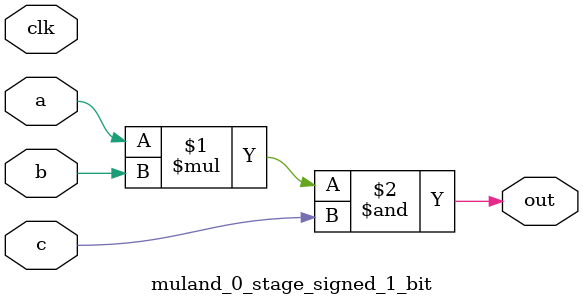
<source format=sv>
(* use_dsp = "yes" *) module muland_0_stage_signed_1_bit(
	input signed [0:0] a,
	input signed [0:0] b,
	input signed [0:0] c,
	output [0:0] out,
	input clk);

	assign out = (a * b) & c;
endmodule

</source>
